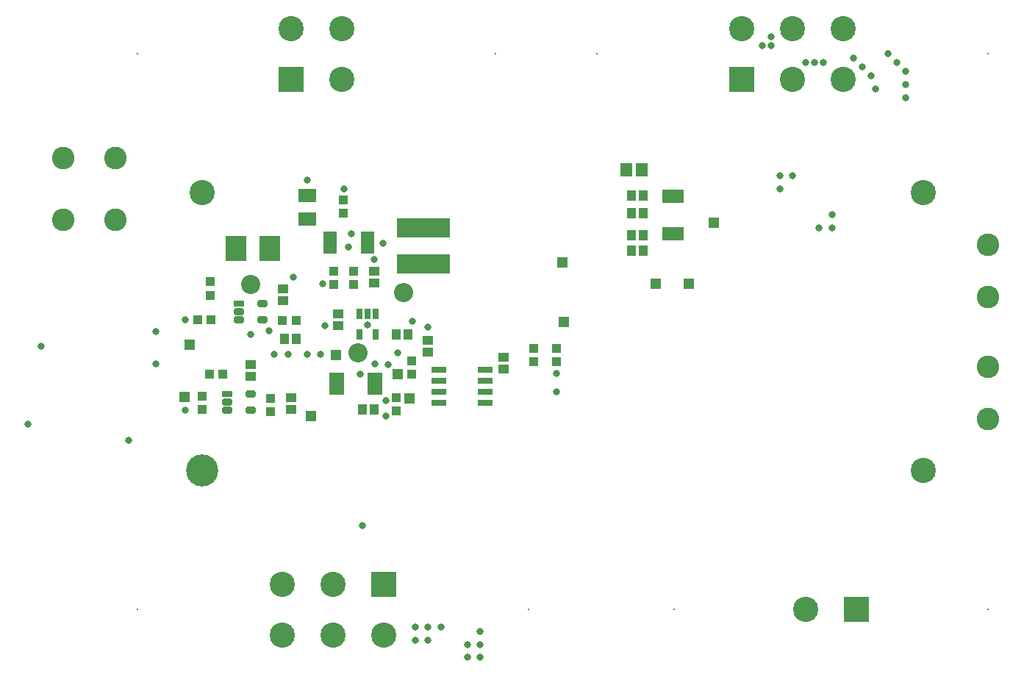
<source format=gts>
G04*
G04 #@! TF.GenerationSoftware,Altium Limited,Altium Designer,18.1.6 (161)*
G04*
G04 Layer_Color=8388736*
%FSLAX25Y25*%
%MOIN*%
G70*
G01*
G75*
%ADD32R,0.04737X0.04737*%
%ADD33R,0.04737X0.04737*%
%ADD34R,0.05328X0.06312*%
%ADD35R,0.04537X0.04143*%
%ADD36R,0.04143X0.04537*%
%ADD37R,0.04147X0.04147*%
%ADD38R,0.01902X0.06312*%
%ADD39R,0.07099X0.03162*%
%ADD40R,0.06509X0.02158*%
%ADD41R,0.04147X0.04147*%
G04:AMPARAMS|DCode=42|XSize=31.62mil|YSize=47.37mil|CornerRadius=9.91mil|HoleSize=0mil|Usage=FLASHONLY|Rotation=90.000|XOffset=0mil|YOffset=0mil|HoleType=Round|Shape=RoundedRectangle|*
%AMROUNDEDRECTD42*
21,1,0.03162,0.02756,0,0,90.0*
21,1,0.01181,0.04737,0,0,90.0*
1,1,0.01981,0.01378,0.00591*
1,1,0.01981,0.01378,-0.00591*
1,1,0.01981,-0.01378,-0.00591*
1,1,0.01981,-0.01378,0.00591*
%
%ADD42ROUNDEDRECTD42*%
%ADD43R,0.04737X0.03162*%
%ADD44R,0.07887X0.06312*%
%ADD45R,0.24422X0.09068*%
%ADD46R,0.09265X0.11824*%
%ADD47R,0.06312X0.01902*%
%ADD48R,0.03162X0.04934*%
%ADD49C,0.10249*%
%ADD50C,0.11430*%
%ADD51C,0.14580*%
%ADD52C,0.08674*%
%ADD53C,0.00800*%
%ADD54R,0.11430X0.11430*%
%ADD55C,0.03162*%
D32*
X86614Y151575D02*
D03*
X181178Y138189D02*
D03*
X186539Y127358D02*
D03*
X324409Y207087D02*
D03*
X312992Y179134D02*
D03*
X298031D02*
D03*
X255906Y188976D02*
D03*
X256299Y161811D02*
D03*
X141732Y119291D02*
D03*
X153150Y146850D02*
D03*
D33*
X84252Y127953D02*
D03*
D34*
X284744Y231102D02*
D03*
X291634D02*
D03*
D35*
X114567Y142733D02*
D03*
Y137418D02*
D03*
X194882Y153580D02*
D03*
Y148265D02*
D03*
X229134Y145965D02*
D03*
Y140650D02*
D03*
X132677Y122146D02*
D03*
Y127461D02*
D03*
X170472Y184941D02*
D03*
Y179626D02*
D03*
X153937Y160335D02*
D03*
Y165650D02*
D03*
X129134Y177067D02*
D03*
Y171752D02*
D03*
D36*
X287008Y211276D02*
D03*
X292323D02*
D03*
X287106Y219150D02*
D03*
X292421D02*
D03*
X287055Y194229D02*
D03*
X292370D02*
D03*
X287205Y201433D02*
D03*
X292520D02*
D03*
X129626Y154331D02*
D03*
X134941D02*
D03*
X185728Y156299D02*
D03*
X180413D02*
D03*
X165059Y122441D02*
D03*
X170374D02*
D03*
D37*
X242913Y143898D02*
D03*
Y150000D02*
D03*
X253150Y143799D02*
D03*
Y149902D02*
D03*
X123429Y127406D02*
D03*
Y121303D02*
D03*
X92520Y128248D02*
D03*
Y122146D02*
D03*
X161024Y178839D02*
D03*
Y184941D02*
D03*
X151969Y178839D02*
D03*
Y184941D02*
D03*
X156299Y217224D02*
D03*
Y211122D02*
D03*
X96063Y174114D02*
D03*
Y180217D02*
D03*
X180315Y121457D02*
D03*
Y127559D02*
D03*
X187401Y144390D02*
D03*
Y138287D02*
D03*
D38*
X309842Y218913D02*
D03*
X307874D02*
D03*
X305906D02*
D03*
X303937D02*
D03*
X309842Y202063D02*
D03*
X305906D02*
D03*
X303937D02*
D03*
X307874D02*
D03*
X301969Y218913D02*
D03*
Y202063D02*
D03*
D39*
X220866Y140177D02*
D03*
Y135177D02*
D03*
Y130177D02*
D03*
Y125177D02*
D03*
X199606D02*
D03*
Y140177D02*
D03*
Y135177D02*
D03*
Y130177D02*
D03*
D40*
X153543Y137795D02*
D03*
Y135827D02*
D03*
Y133858D02*
D03*
Y131890D02*
D03*
Y129921D02*
D03*
X170866Y137795D02*
D03*
Y135827D02*
D03*
Y133858D02*
D03*
Y131890D02*
D03*
Y129921D02*
D03*
D41*
X101870Y138189D02*
D03*
X95768D02*
D03*
X134941Y162694D02*
D03*
X128839D02*
D03*
X90256Y162992D02*
D03*
X96358D02*
D03*
D42*
X114469Y129331D02*
D03*
Y121850D02*
D03*
X103642Y125591D02*
D03*
Y121850D02*
D03*
X119787Y170276D02*
D03*
Y162795D02*
D03*
X108961D02*
D03*
Y166535D02*
D03*
D43*
X103642Y129331D02*
D03*
X108961Y170276D02*
D03*
D44*
X139972Y219406D02*
D03*
Y208579D02*
D03*
D45*
X192913Y188189D02*
D03*
Y204724D02*
D03*
D46*
X123031Y195276D02*
D03*
X107677D02*
D03*
D47*
X167287Y194095D02*
D03*
Y196063D02*
D03*
Y198031D02*
D03*
Y200000D02*
D03*
Y201969D02*
D03*
X150437Y194095D02*
D03*
Y196063D02*
D03*
Y198031D02*
D03*
Y200000D02*
D03*
Y201969D02*
D03*
D48*
X171080Y156398D02*
D03*
X163599D02*
D03*
Y165453D02*
D03*
X167340D02*
D03*
X171080D02*
D03*
D49*
X29528Y208268D02*
D03*
Y236221D02*
D03*
X53150Y208268D02*
D03*
Y236221D02*
D03*
X448819Y196850D02*
D03*
Y173228D02*
D03*
Y141732D02*
D03*
Y118110D02*
D03*
D50*
X151693Y43012D02*
D03*
X128701D02*
D03*
X151693Y19980D02*
D03*
X128701D02*
D03*
X92520Y220473D02*
D03*
X419291D02*
D03*
Y94488D02*
D03*
X366181Y31496D02*
D03*
X174685Y19980D02*
D03*
X155630Y271949D02*
D03*
Y294980D02*
D03*
X132638D02*
D03*
X360118Y271949D02*
D03*
X383110D02*
D03*
Y294980D02*
D03*
X337126D02*
D03*
X360118D02*
D03*
D51*
X92520Y94488D02*
D03*
D52*
X183858Y175371D02*
D03*
X162992Y148031D02*
D03*
X114567Y179007D02*
D03*
D53*
X306535Y31496D02*
D03*
X448819D02*
D03*
X240394D02*
D03*
X62992D02*
D03*
Y283465D02*
D03*
X225276D02*
D03*
X271417D02*
D03*
X448819D02*
D03*
D54*
X389173Y31496D02*
D03*
X174685Y43012D02*
D03*
X132638Y271949D02*
D03*
X337126D02*
D03*
D55*
X165084Y69685D02*
D03*
X372047Y204724D02*
D03*
X377953D02*
D03*
Y210630D02*
D03*
X354331Y222441D02*
D03*
Y228346D02*
D03*
X360236D02*
D03*
X218504Y9843D02*
D03*
X212598D02*
D03*
X188976Y17717D02*
D03*
Y23622D02*
D03*
X212598Y15748D02*
D03*
X200787Y23622D02*
D03*
X218504Y15748D02*
D03*
Y21654D02*
D03*
X194882Y17717D02*
D03*
Y23622D02*
D03*
X391732Y277559D02*
D03*
X397638Y267717D02*
D03*
X387795Y281496D02*
D03*
X395669Y273622D02*
D03*
X411417Y263780D02*
D03*
Y269685D02*
D03*
Y275591D02*
D03*
X403543Y283465D02*
D03*
X407480Y279528D02*
D03*
X374016D02*
D03*
X346457Y287402D02*
D03*
X350394Y291339D02*
D03*
X370079Y279528D02*
D03*
X366142D02*
D03*
X350394Y287402D02*
D03*
X253150Y130177D02*
D03*
Y138583D02*
D03*
X84646Y162992D02*
D03*
X133858Y182283D02*
D03*
X147244Y179134D02*
D03*
X140157Y226378D02*
D03*
X158862Y196063D02*
D03*
X156693Y222441D02*
D03*
X170472Y190157D02*
D03*
X174409Y197638D02*
D03*
X160236Y201969D02*
D03*
X122835Y157874D02*
D03*
X114567Y156299D02*
D03*
X187795Y162205D02*
D03*
X194882Y159449D02*
D03*
X13386Y115748D02*
D03*
X19291Y150787D02*
D03*
X181102Y148031D02*
D03*
X176772Y142520D02*
D03*
X175591Y119291D02*
D03*
Y126378D02*
D03*
X71260Y157480D02*
D03*
Y142913D02*
D03*
X146063Y147244D02*
D03*
X125197D02*
D03*
X131496D02*
D03*
X140157D02*
D03*
X167340Y160630D02*
D03*
X164173Y138189D02*
D03*
X170866Y142913D02*
D03*
X148130Y160335D02*
D03*
X59055Y108268D02*
D03*
X84646Y122047D02*
D03*
M02*

</source>
